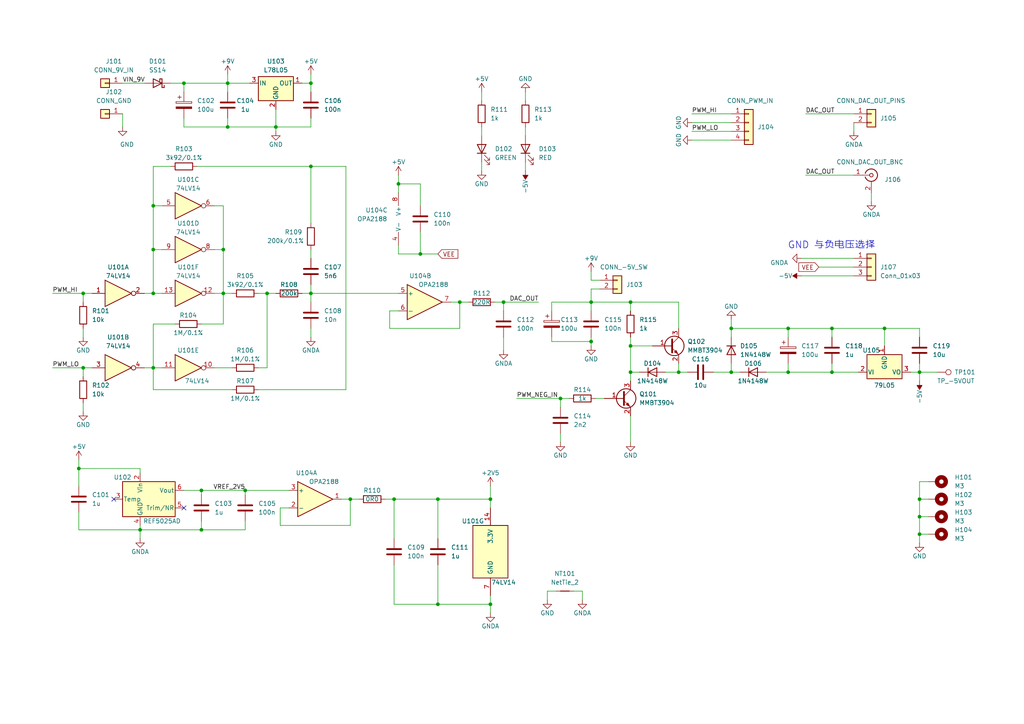
<source format=kicad_sch>
(kicad_sch (version 20210126) (generator eeschema)
  (paper "A4")
  (title_block (title "16 位 PWM DAC 与 PWM 负压电荷泵测试"))
  (lib_symbols
    (symbol "74xx:74LV14" (pin_names (offset 1.016))
      (property "Reference" "U" (at 0 1.27 0))
      (property "Value" "74LV14" (at 0 -1.27 0))
      (symbol "74LV14_1_0"
        (pin input line (at -7.62 0 0) (length 3.81) (name "~") (number "1"))
        (pin output inverted (at 7.62 0 180) (length 3.81) (name "~") (number "2"))
      )
      (symbol "74LV14_2_0"
        (pin input line (at -7.62 0 0) (length 3.81) (name "~") (number "3"))
        (pin output inverted (at 7.62 0 180) (length 3.81) (name "~") (number "4"))
      )
      (symbol "74LV14_3_0"
        (pin input line (at -7.62 0 0) (length 3.81) (name "~") (number "5"))
        (pin output inverted (at 7.62 0 180) (length 3.81) (name "~") (number "6"))
      )
      (symbol "74LV14_4_0"
        (pin output inverted (at 7.62 0 180) (length 3.81) (name "~") (number "8"))
        (pin input line (at -7.62 0 0) (length 3.81) (name "~") (number "9"))
      )
      (symbol "74LV14_5_0"
        (pin output inverted (at 7.62 0 180) (length 3.81) (name "~") (number "10"))
        (pin input line (at -7.62 0 0) (length 3.81) (name "~") (number "11"))
      )
      (symbol "74LV14_6_0"
        (pin output inverted (at 7.62 0 180) (length 3.81) (name "~") (number "12"))
        (pin input line (at -7.62 0 0) (length 3.81) (name "~") (number "13"))
      )
      (symbol "74LV14_7_0"
        (pin power_in line (at 0 12.7 270) (length 5.08) (name "3.3V") (number "14"))
        (pin power_in line (at 0 -12.7 90) (length 5.08) (name "GND") (number "7"))
      )
    )
    (symbol "Amplifier_Operational:TL072" (pin_names (offset 0.127))
      (property "Reference" "U" (at 0 5.08 0))
      (property "Value" "TL072" (at 0 -5.08 0))
      (symbol "TL072_1_1"
        (pin output line (at 7.62 0 180) (length 2.54) (name "~") (number "1"))
        (pin input line (at -7.62 -2.54 0) (length 2.54) (name "-") (number "2"))
        (pin input line (at -7.62 2.54 0) (length 2.54) (name "+") (number "3"))
      )
      (symbol "TL072_2_1"
        (pin input line (at -7.62 2.54 0) (length 2.54) (name "+") (number "5"))
        (pin input line (at -7.62 -2.54 0) (length 2.54) (name "-") (number "6"))
        (pin output line (at 7.62 0 180) (length 2.54) (name "~") (number "7"))
      )
      (symbol "TL072_3_1"
        (pin power_in line (at -2.54 -7.62 90) (length 3.81) (name "V-") (number "4"))
        (pin power_in line (at -2.54 7.62 270) (length 3.81) (name "V+") (number "8"))
      )
    )
    (symbol "Connector:Conn_Coaxial" (pin_names (offset 1.016) hide)
      (property "Reference" "J" (at 0.254 3.048 0))
      (property "Value" "Conn_Coaxial" (at 2.921 0 90))
      (symbol "Conn_Coaxial_1_1"
        (pin passive line (at -5.08 0 0) (length 2.54) (name "In") (number "1"))
        (pin passive line (at 0 -5.08 90) (length 2.54) (name "Ext") (number "2"))
      )
    )
    (symbol "Connector:TestPoint" (pin_numbers hide) (pin_names (offset 0.762) hide)
      (property "Reference" "TP" (at 0 6.858 0))
      (property "Value" "TestPoint" (at 0 5.08 0))
      (symbol "TestPoint_1_1"
        (pin passive line (at 0 0 90) (length 2.54) (name "1") (number "1"))
      )
    )
    (symbol "Connector_Generic:Conn_01x01" (pin_names (offset 1.016) hide)
      (property "Reference" "J" (at 0 2.54 0))
      (property "Value" "Conn_01x01" (at 0 -2.54 0))
      (symbol "Conn_01x01_1_1"
        (pin passive line (at -5.08 0 0) (length 3.81) (name "Pin_1") (number "1"))
      )
    )
    (symbol "Connector_Generic:Conn_01x02" (pin_names (offset 1.016) hide)
      (property "Reference" "J" (at 0 2.54 0))
      (property "Value" "Conn_01x02" (at 0 -5.08 0))
      (symbol "Conn_01x02_1_1"
        (pin passive line (at -5.08 0 0) (length 3.81) (name "Pin_1") (number "1"))
        (pin passive line (at -5.08 -2.54 0) (length 3.81) (name "Pin_2") (number "2"))
      )
    )
    (symbol "Connector_Generic:Conn_01x03" (pin_names (offset 1.016) hide)
      (property "Reference" "J" (at 0 5.08 0))
      (property "Value" "Conn_01x03" (at 0 -5.08 0))
      (symbol "Conn_01x03_1_1"
        (pin passive line (at -5.08 2.54 0) (length 3.81) (name "Pin_1") (number "1"))
        (pin passive line (at -5.08 0 0) (length 3.81) (name "Pin_2") (number "2"))
        (pin passive line (at -5.08 -2.54 0) (length 3.81) (name "Pin_3") (number "3"))
      )
    )
    (symbol "Connector_Generic:Conn_01x04" (pin_names (offset 1.016) hide)
      (property "Reference" "J" (at 0 5.08 0))
      (property "Value" "Conn_01x04" (at 0 -7.62 0))
      (symbol "Conn_01x04_1_1"
        (pin passive line (at -5.08 2.54 0) (length 3.81) (name "Pin_1") (number "1"))
        (pin passive line (at -5.08 0 0) (length 3.81) (name "Pin_2") (number "2"))
        (pin passive line (at -5.08 -2.54 0) (length 3.81) (name "Pin_3") (number "3"))
        (pin passive line (at -5.08 -5.08 0) (length 3.81) (name "Pin_4") (number "4"))
      )
    )
    (symbol "Device:C" (pin_numbers hide) (pin_names (offset 0.254))
      (property "Reference" "C" (at 0.635 2.54 0))
      (property "Value" "C" (at 0.635 -2.54 0))
      (symbol "C_1_1"
        (pin passive line (at 0 3.81 270) (length 2.794) (name "~") (number "1"))
        (pin passive line (at 0 -3.81 90) (length 2.794) (name "~") (number "2"))
      )
    )
    (symbol "Device:C_Polarized" (pin_numbers hide) (pin_names (offset 0.254))
      (property "Reference" "C" (at 0.635 2.54 0))
      (property "Value" "C_Polarized" (at 0.635 -2.54 0))
      (symbol "C_Polarized_1_1"
        (pin passive line (at 0 3.81 270) (length 2.794) (name "~") (number "1"))
        (pin passive line (at 0 -3.81 90) (length 2.794) (name "~") (number "2"))
      )
    )
    (symbol "Device:D_Schottky" (pin_numbers hide) (pin_names (offset 1.016) hide)
      (property "Reference" "D" (at 0 2.54 0))
      (property "Value" "D_Schottky" (at 0 -2.54 0))
      (symbol "D_Schottky_1_1"
        (pin passive line (at -3.81 0 0) (length 2.54) (name "K") (number "1"))
        (pin passive line (at 3.81 0 180) (length 2.54) (name "A") (number "2"))
      )
    )
    (symbol "Device:LED" (pin_numbers hide) (pin_names (offset 1.016) hide)
      (property "Reference" "D" (at 0 2.54 0))
      (property "Value" "LED" (at 0 -2.54 0))
      (symbol "LED_1_1"
        (pin passive line (at -3.81 0 0) (length 2.54) (name "K") (number "1"))
        (pin passive line (at 3.81 0 180) (length 2.54) (name "A") (number "2"))
      )
    )
    (symbol "Device:NetTie_2" (pin_numbers hide) (pin_names (offset 0) hide)
      (property "Reference" "NT" (at 0 1.27 0))
      (property "Value" "NetTie_2" (at 0 -1.27 0))
      (symbol "NetTie_2_1_1"
        (pin passive line (at -2.54 0 0) (length 2.54) (name "1") (number "1"))
        (pin passive line (at 2.54 0 180) (length 2.54) (name "2") (number "2"))
      )
    )
    (symbol "Device:R" (pin_numbers hide) (pin_names (offset 0))
      (property "Reference" "R" (at 2.032 0 90))
      (property "Value" "R" (at 0 0 90))
      (symbol "R_1_1"
        (pin passive line (at 0 3.81 270) (length 1.27) (name "~") (number "1"))
        (pin passive line (at 0 -3.81 90) (length 1.27) (name "~") (number "2"))
      )
    )
    (symbol "Diode:1N4148W" (pin_numbers hide) (pin_names (offset 1.016) hide)
      (property "Reference" "D" (at 0 2.54 0))
      (property "Value" "1N4148W" (at 0 -2.54 0))
      (symbol "1N4148W_1_1"
        (pin passive line (at -3.81 0 0) (length 2.54) (name "K") (number "1"))
        (pin passive line (at 3.81 0 180) (length 2.54) (name "A") (number "2"))
      )
    )
    (symbol "Mechanical:MountingHole_Pad" (pin_numbers hide) (pin_names (offset 1.016) hide)
      (property "Reference" "H" (at 0 6.35 0))
      (property "Value" "MountingHole_Pad" (at 0 4.445 0))
      (symbol "MountingHole_Pad_1_1"
        (pin input line (at 0 -2.54 90) (length 2.54) (name "1") (number "1"))
      )
    )
    (symbol "Reference_Voltage:REF5025AD" (pin_names (offset 0.254))
      (property "Reference" "U" (at -1.27 8.255 0))
      (property "Value" "REF5025AD" (at -1.27 6.35 0))
      (symbol "REF5025AD_1_1"
        (pin no_connect line (at -7.62 2.54 0) (length 2.54) hide (name "DNC") (number "1"))
        (pin power_in line (at -2.54 7.62 270) (length 2.54) (name "Vin") (number "2"))
        (pin passive line (at -10.16 0 0) (length 2.54) (name "Temp") (number "3"))
        (pin power_in line (at -2.54 -7.62 90) (length 2.54) (name "GND") (number "4"))
        (pin passive line (at 10.16 -2.54 180) (length 2.54) (name "Trim/NR") (number "5"))
        (pin power_out line (at 10.16 2.54 180) (length 2.54) (name "Vout") (number "6"))
        (pin no_connect line (at -5.08 -5.08 90) (length 2.54) hide (name "NC") (number "7"))
        (pin no_connect line (at 7.62 0 180) (length 2.54) hide (name "DNC") (number "8"))
      )
    )
    (symbol "Regulator_Linear:L78L05_SOT89" (pin_names (offset 0.254))
      (property "Reference" "U" (at -3.81 3.175 0))
      (property "Value" "L78L05_SOT89" (at -0.635 3.175 0))
      (symbol "L78L05_SOT89_1_1"
        (pin power_out line (at 7.62 0 180) (length 2.54) (name "OUT") (number "1"))
        (pin power_in line (at 0 -7.62 90) (length 2.54) (name "GND") (number "2"))
        (pin power_in line (at -7.62 0 0) (length 2.54) (name "IN") (number "3"))
      )
    )
    (symbol "Regulator_Linear:L79L05_SOT89" (pin_names (offset 0.254))
      (property "Reference" "U" (at -3.81 -3.175 0))
      (property "Value" "L79L05_SOT89" (at 0 -3.175 0))
      (symbol "L79L05_SOT89_1_1"
        (pin power_in line (at 0 7.62 270) (length 2.54) (name "GND") (number "1"))
        (pin power_in line (at -7.62 0 0) (length 2.54) (name "VI") (number "2"))
        (pin power_out line (at 7.62 0 180) (length 2.54) (name "VO") (number "3"))
      )
    )
    (symbol "Transistor_BJT:MMBT3904" (pin_names (offset 0) hide)
      (property "Reference" "Q" (at 5.08 1.905 0))
      (property "Value" "MMBT3904" (at 5.08 0 0))
      (symbol "MMBT3904_1_1"
        (pin input line (at -5.08 0 0) (length 5.715) (name "B") (number "1"))
        (pin passive line (at 2.54 -5.08 90) (length 2.54) (name "E") (number "2"))
        (pin passive line (at 2.54 5.08 270) (length 2.54) (name "C") (number "3"))
      )
    )
    (symbol "power:+2V5" (power) (pin_names (offset 0))
      (property "Value" "+2V5" (at 0 3.556 0))
      (symbol "+2V5_1_1"
        (pin power_in line (at 0 0 90) (length 0) hide (name "+2V5") (number "1"))
      )
    )
    (symbol "power:+5V" (power) (pin_names (offset 0))
      (property "Value" "+5V" (at 0 3.556 0))
      (symbol "+5V_1_1"
        (pin power_in line (at 0 0 90) (length 0) hide (name "+5V") (number "1"))
      )
    )
    (symbol "power:+9V" (power) (pin_names (offset 0))
      (property "Value" "+9V" (at 0 3.556 0))
      (symbol "+9V_1_1"
        (pin power_in line (at 0 0 90) (length 0) hide (name "+9V") (number "1"))
      )
    )
    (symbol "power:-5V" (power) (pin_names (offset 0))
      (property "Value" "-5V" (at 0 3.81 0))
      (symbol "-5V_0_0"
        (pin power_in line (at 0 0 90) (length 0) hide (name "-5V") (number "1"))
      )
    )
    (symbol "power:GND" (power) (pin_names (offset 0))
      (property "Value" "GND" (at 0 -3.81 0))
      (symbol "GND_1_1"
        (pin power_in line (at 0 0 270) (length 0) hide (name "GND") (number "1"))
      )
    )
    (symbol "power:GNDA" (power) (pin_names (offset 0))
      (property "Value" "GNDA" (at 0 -3.81 0))
      (symbol "GNDA_1_1"
        (pin power_in line (at 0 0 270) (length 0) hide (name "GNDA") (number "1"))
      )
    )
  )
  (junction (at 22.86 135.89) (diameter 0.9144))
  (junction (at 24.13 85.09) (diameter 0.9144))
  (junction (at 24.13 106.68) (diameter 0.9144))
  (junction (at 40.64 153.67) (diameter 0.9144))
  (junction (at 44.45 59.69) (diameter 0.9144))
  (junction (at 44.45 72.39) (diameter 0.9144))
  (junction (at 44.45 85.09) (diameter 0.9144))
  (junction (at 44.45 106.68) (diameter 0.9144))
  (junction (at 53.34 24.13) (diameter 0.9144))
  (junction (at 58.42 142.24) (diameter 0.9144))
  (junction (at 58.42 153.67) (diameter 0.9144))
  (junction (at 64.77 72.39) (diameter 0.9144))
  (junction (at 64.77 85.09) (diameter 0.9144))
  (junction (at 66.04 24.13) (diameter 0.9144))
  (junction (at 66.04 36.83) (diameter 0.9144))
  (junction (at 71.12 142.24) (diameter 0.9144))
  (junction (at 77.47 85.09) (diameter 0.9144))
  (junction (at 80.01 36.83) (diameter 0.9144))
  (junction (at 90.17 24.13) (diameter 0.9144))
  (junction (at 90.17 48.26) (diameter 0.9144))
  (junction (at 90.17 85.09) (diameter 0.9144))
  (junction (at 101.6 144.78) (diameter 0.9144))
  (junction (at 114.3 144.78) (diameter 0.9144))
  (junction (at 115.57 53.34) (diameter 0.9144))
  (junction (at 121.92 73.66) (diameter 0.9144))
  (junction (at 127 144.78) (diameter 0.9144))
  (junction (at 127 175.26) (diameter 0.9144))
  (junction (at 133.35 87.63) (diameter 0.9144))
  (junction (at 142.24 144.78) (diameter 0.9144))
  (junction (at 142.24 175.26) (diameter 0.9144))
  (junction (at 146.05 87.63) (diameter 0.9144))
  (junction (at 162.56 115.57) (diameter 0.9144))
  (junction (at 171.45 87.63) (diameter 0.9144))
  (junction (at 171.45 99.06) (diameter 0.9144))
  (junction (at 182.88 87.63) (diameter 0.9144))
  (junction (at 182.88 100.33) (diameter 0.9144))
  (junction (at 182.88 107.95) (diameter 0.9144))
  (junction (at 196.85 107.95) (diameter 0.9144))
  (junction (at 212.09 95.25) (diameter 0.9144))
  (junction (at 212.09 107.95) (diameter 0.9144))
  (junction (at 228.6 95.25) (diameter 0.9144))
  (junction (at 228.6 107.95) (diameter 0.9144))
  (junction (at 241.3 95.25) (diameter 0.9144))
  (junction (at 241.3 107.95) (diameter 0.9144))
  (junction (at 256.54 95.25) (diameter 0.9144))
  (junction (at 266.7 107.95) (diameter 0.9144))
  (junction (at 266.7 144.78) (diameter 0.9144))
  (junction (at 266.7 149.86) (diameter 0.9144))
  (junction (at 266.7 154.94) (diameter 0.9144))
  (no_connect (at 33.02 144.78))
  (no_connect (at 53.34 147.32))
  (wire (pts (xy 15.24 85.09) (xy 24.13 85.09)))
  (wire (pts (xy 15.24 106.68) (xy 24.13 106.68)))
  (wire (pts (xy 22.86 133.35) (xy 22.86 135.89)))
  (wire (pts (xy 22.86 135.89) (xy 40.64 135.89)))
  (wire (pts (xy 22.86 140.97) (xy 22.86 135.89)))
  (wire (pts (xy 22.86 148.59) (xy 22.86 153.67)))
  (wire (pts (xy 22.86 153.67) (xy 40.64 153.67)))
  (wire (pts (xy 24.13 85.09) (xy 26.67 85.09)))
  (wire (pts (xy 24.13 87.63) (xy 24.13 85.09)))
  (wire (pts (xy 24.13 95.25) (xy 24.13 97.79)))
  (wire (pts (xy 24.13 106.68) (xy 26.67 106.68)))
  (wire (pts (xy 24.13 109.22) (xy 24.13 106.68)))
  (wire (pts (xy 24.13 116.84) (xy 24.13 119.38)))
  (wire (pts (xy 35.56 24.13) (xy 41.91 24.13)))
  (wire (pts (xy 35.56 33.02) (xy 35.56 36.83)))
  (wire (pts (xy 40.64 135.89) (xy 40.64 137.16)))
  (wire (pts (xy 40.64 152.4) (xy 40.64 153.67)))
  (wire (pts (xy 40.64 153.67) (xy 40.64 156.21)))
  (wire (pts (xy 40.64 153.67) (xy 58.42 153.67)))
  (wire (pts (xy 41.91 85.09) (xy 44.45 85.09)))
  (wire (pts (xy 41.91 106.68) (xy 44.45 106.68)))
  (wire (pts (xy 44.45 48.26) (xy 44.45 59.69)))
  (wire (pts (xy 44.45 59.69) (xy 44.45 72.39)))
  (wire (pts (xy 44.45 72.39) (xy 44.45 85.09)))
  (wire (pts (xy 44.45 72.39) (xy 46.99 72.39)))
  (wire (pts (xy 44.45 85.09) (xy 46.99 85.09)))
  (wire (pts (xy 44.45 93.98) (xy 44.45 106.68)))
  (wire (pts (xy 44.45 106.68) (xy 46.99 106.68)))
  (wire (pts (xy 44.45 113.03) (xy 44.45 106.68)))
  (wire (pts (xy 46.99 59.69) (xy 44.45 59.69)))
  (wire (pts (xy 49.53 24.13) (xy 53.34 24.13)))
  (wire (pts (xy 49.53 48.26) (xy 44.45 48.26)))
  (wire (pts (xy 50.8 93.98) (xy 44.45 93.98)))
  (wire (pts (xy 53.34 24.13) (xy 53.34 26.67)))
  (wire (pts (xy 53.34 24.13) (xy 66.04 24.13)))
  (wire (pts (xy 53.34 34.29) (xy 53.34 36.83)))
  (wire (pts (xy 53.34 36.83) (xy 66.04 36.83)))
  (wire (pts (xy 53.34 142.24) (xy 58.42 142.24)))
  (wire (pts (xy 58.42 93.98) (xy 64.77 93.98)))
  (wire (pts (xy 58.42 142.24) (xy 58.42 143.51)))
  (wire (pts (xy 58.42 142.24) (xy 71.12 142.24)))
  (wire (pts (xy 58.42 151.13) (xy 58.42 153.67)))
  (wire (pts (xy 58.42 153.67) (xy 71.12 153.67)))
  (wire (pts (xy 62.23 59.69) (xy 64.77 59.69)))
  (wire (pts (xy 62.23 72.39) (xy 64.77 72.39)))
  (wire (pts (xy 62.23 85.09) (xy 64.77 85.09)))
  (wire (pts (xy 62.23 106.68) (xy 67.31 106.68)))
  (wire (pts (xy 64.77 59.69) (xy 64.77 72.39)))
  (wire (pts (xy 64.77 72.39) (xy 64.77 85.09)))
  (wire (pts (xy 64.77 85.09) (xy 67.31 85.09)))
  (wire (pts (xy 64.77 93.98) (xy 64.77 85.09)))
  (wire (pts (xy 66.04 21.59) (xy 66.04 24.13)))
  (wire (pts (xy 66.04 24.13) (xy 72.39 24.13)))
  (wire (pts (xy 66.04 26.67) (xy 66.04 24.13)))
  (wire (pts (xy 66.04 34.29) (xy 66.04 36.83)))
  (wire (pts (xy 66.04 36.83) (xy 80.01 36.83)))
  (wire (pts (xy 67.31 113.03) (xy 44.45 113.03)))
  (wire (pts (xy 71.12 142.24) (xy 83.82 142.24)))
  (wire (pts (xy 71.12 143.51) (xy 71.12 142.24)))
  (wire (pts (xy 71.12 151.13) (xy 71.12 153.67)))
  (wire (pts (xy 74.93 85.09) (xy 77.47 85.09)))
  (wire (pts (xy 74.93 106.68) (xy 77.47 106.68)))
  (wire (pts (xy 74.93 113.03) (xy 100.33 113.03)))
  (wire (pts (xy 77.47 85.09) (xy 80.01 85.09)))
  (wire (pts (xy 77.47 106.68) (xy 77.47 85.09)))
  (wire (pts (xy 80.01 31.75) (xy 80.01 36.83)))
  (wire (pts (xy 80.01 36.83) (xy 80.01 38.1)))
  (wire (pts (xy 81.28 147.32) (xy 81.28 152.4)))
  (wire (pts (xy 81.28 152.4) (xy 101.6 152.4)))
  (wire (pts (xy 83.82 147.32) (xy 81.28 147.32)))
  (wire (pts (xy 87.63 24.13) (xy 90.17 24.13)))
  (wire (pts (xy 90.17 21.59) (xy 90.17 24.13)))
  (wire (pts (xy 90.17 24.13) (xy 90.17 26.67)))
  (wire (pts (xy 90.17 34.29) (xy 90.17 36.83)))
  (wire (pts (xy 90.17 36.83) (xy 80.01 36.83)))
  (wire (pts (xy 90.17 48.26) (xy 57.15 48.26)))
  (wire (pts (xy 90.17 64.77) (xy 90.17 48.26)))
  (wire (pts (xy 90.17 72.39) (xy 90.17 74.93)))
  (wire (pts (xy 90.17 82.55) (xy 90.17 85.09)))
  (wire (pts (xy 90.17 85.09) (xy 87.63 85.09)))
  (wire (pts (xy 90.17 85.09) (xy 90.17 87.63)))
  (wire (pts (xy 90.17 85.09) (xy 115.57 85.09)))
  (wire (pts (xy 90.17 95.25) (xy 90.17 97.79)))
  (wire (pts (xy 99.06 144.78) (xy 101.6 144.78)))
  (wire (pts (xy 100.33 48.26) (xy 90.17 48.26)))
  (wire (pts (xy 100.33 113.03) (xy 100.33 48.26)))
  (wire (pts (xy 101.6 144.78) (xy 101.6 152.4)))
  (wire (pts (xy 101.6 144.78) (xy 104.14 144.78)))
  (wire (pts (xy 111.76 144.78) (xy 114.3 144.78)))
  (wire (pts (xy 113.03 90.17) (xy 113.03 95.25)))
  (wire (pts (xy 113.03 95.25) (xy 133.35 95.25)))
  (wire (pts (xy 114.3 144.78) (xy 114.3 156.21)))
  (wire (pts (xy 114.3 144.78) (xy 127 144.78)))
  (wire (pts (xy 114.3 163.83) (xy 114.3 175.26)))
  (wire (pts (xy 114.3 175.26) (xy 127 175.26)))
  (wire (pts (xy 115.57 50.8) (xy 115.57 53.34)))
  (wire (pts (xy 115.57 53.34) (xy 121.92 53.34)))
  (wire (pts (xy 115.57 55.88) (xy 115.57 53.34)))
  (wire (pts (xy 115.57 73.66) (xy 115.57 71.12)))
  (wire (pts (xy 115.57 73.66) (xy 121.92 73.66)))
  (wire (pts (xy 115.57 90.17) (xy 113.03 90.17)))
  (wire (pts (xy 121.92 53.34) (xy 121.92 59.69)))
  (wire (pts (xy 121.92 67.31) (xy 121.92 73.66)))
  (wire (pts (xy 121.92 73.66) (xy 127 73.66)))
  (wire (pts (xy 127 144.78) (xy 127 156.21)))
  (wire (pts (xy 127 144.78) (xy 142.24 144.78)))
  (wire (pts (xy 127 163.83) (xy 127 175.26)))
  (wire (pts (xy 127 175.26) (xy 142.24 175.26)))
  (wire (pts (xy 130.81 87.63) (xy 133.35 87.63)))
  (wire (pts (xy 133.35 87.63) (xy 133.35 95.25)))
  (wire (pts (xy 133.35 87.63) (xy 135.89 87.63)))
  (wire (pts (xy 139.7 26.67) (xy 139.7 29.21)))
  (wire (pts (xy 139.7 36.83) (xy 139.7 39.37)))
  (wire (pts (xy 139.7 46.99) (xy 139.7 49.53)))
  (wire (pts (xy 142.24 140.97) (xy 142.24 144.78)))
  (wire (pts (xy 142.24 144.78) (xy 142.24 147.32)))
  (wire (pts (xy 142.24 172.72) (xy 142.24 175.26)))
  (wire (pts (xy 142.24 175.26) (xy 142.24 177.8)))
  (wire (pts (xy 143.51 87.63) (xy 146.05 87.63)))
  (wire (pts (xy 146.05 87.63) (xy 146.05 90.17)))
  (wire (pts (xy 146.05 87.63) (xy 156.21 87.63)))
  (wire (pts (xy 146.05 97.79) (xy 146.05 101.6)))
  (wire (pts (xy 149.86 115.57) (xy 162.56 115.57)))
  (wire (pts (xy 152.4 26.67) (xy 152.4 29.21)))
  (wire (pts (xy 152.4 36.83) (xy 152.4 39.37)))
  (wire (pts (xy 152.4 46.99) (xy 152.4 49.53)))
  (wire (pts (xy 158.75 171.45) (xy 158.75 173.99)))
  (wire (pts (xy 160.02 87.63) (xy 171.45 87.63)))
  (wire (pts (xy 160.02 90.17) (xy 160.02 87.63)))
  (wire (pts (xy 160.02 97.79) (xy 160.02 99.06)))
  (wire (pts (xy 160.02 99.06) (xy 171.45 99.06)))
  (wire (pts (xy 161.29 171.45) (xy 158.75 171.45)))
  (wire (pts (xy 162.56 115.57) (xy 162.56 118.11)))
  (wire (pts (xy 162.56 115.57) (xy 165.1 115.57)))
  (wire (pts (xy 162.56 125.73) (xy 162.56 128.27)))
  (wire (pts (xy 166.37 171.45) (xy 168.91 171.45)))
  (wire (pts (xy 168.91 171.45) (xy 168.91 173.99)))
  (wire (pts (xy 171.45 78.74) (xy 171.45 81.28)))
  (wire (pts (xy 171.45 81.28) (xy 173.99 81.28)))
  (wire (pts (xy 171.45 83.82) (xy 171.45 87.63)))
  (wire (pts (xy 171.45 87.63) (xy 171.45 90.17)))
  (wire (pts (xy 171.45 87.63) (xy 182.88 87.63)))
  (wire (pts (xy 171.45 97.79) (xy 171.45 99.06)))
  (wire (pts (xy 171.45 99.06) (xy 171.45 100.33)))
  (wire (pts (xy 172.72 115.57) (xy 175.26 115.57)))
  (wire (pts (xy 173.99 83.82) (xy 171.45 83.82)))
  (wire (pts (xy 182.88 87.63) (xy 182.88 90.17)))
  (wire (pts (xy 182.88 97.79) (xy 182.88 100.33)))
  (wire (pts (xy 182.88 100.33) (xy 182.88 107.95)))
  (wire (pts (xy 182.88 107.95) (xy 182.88 110.49)))
  (wire (pts (xy 182.88 120.65) (xy 182.88 128.27)))
  (wire (pts (xy 185.42 107.95) (xy 182.88 107.95)))
  (wire (pts (xy 189.23 100.33) (xy 182.88 100.33)))
  (wire (pts (xy 193.04 107.95) (xy 196.85 107.95)))
  (wire (pts (xy 196.85 87.63) (xy 182.88 87.63)))
  (wire (pts (xy 196.85 95.25) (xy 196.85 87.63)))
  (wire (pts (xy 196.85 105.41) (xy 196.85 107.95)))
  (wire (pts (xy 196.85 107.95) (xy 199.39 107.95)))
  (wire (pts (xy 200.66 33.02) (xy 212.09 33.02)))
  (wire (pts (xy 200.66 35.56) (xy 212.09 35.56)))
  (wire (pts (xy 200.66 38.1) (xy 212.09 38.1)))
  (wire (pts (xy 200.66 40.64) (xy 212.09 40.64)))
  (wire (pts (xy 207.01 107.95) (xy 212.09 107.95)))
  (wire (pts (xy 212.09 92.71) (xy 212.09 95.25)))
  (wire (pts (xy 212.09 95.25) (xy 228.6 95.25)))
  (wire (pts (xy 212.09 97.79) (xy 212.09 95.25)))
  (wire (pts (xy 212.09 105.41) (xy 212.09 107.95)))
  (wire (pts (xy 212.09 107.95) (xy 214.63 107.95)))
  (wire (pts (xy 222.25 107.95) (xy 228.6 107.95)))
  (wire (pts (xy 228.6 95.25) (xy 228.6 97.79)))
  (wire (pts (xy 228.6 95.25) (xy 241.3 95.25)))
  (wire (pts (xy 228.6 105.41) (xy 228.6 107.95)))
  (wire (pts (xy 228.6 107.95) (xy 241.3 107.95)))
  (wire (pts (xy 232.41 74.93) (xy 247.65 74.93)))
  (wire (pts (xy 232.41 80.01) (xy 247.65 80.01)))
  (wire (pts (xy 233.68 33.02) (xy 247.65 33.02)))
  (wire (pts (xy 233.68 50.8) (xy 247.65 50.8)))
  (wire (pts (xy 237.49 77.47) (xy 247.65 77.47)))
  (wire (pts (xy 241.3 95.25) (xy 241.3 97.79)))
  (wire (pts (xy 241.3 95.25) (xy 256.54 95.25)))
  (wire (pts (xy 241.3 105.41) (xy 241.3 107.95)))
  (wire (pts (xy 241.3 107.95) (xy 248.92 107.95)))
  (wire (pts (xy 247.65 35.56) (xy 247.65 38.1)))
  (wire (pts (xy 252.73 55.88) (xy 252.73 58.42)))
  (wire (pts (xy 256.54 95.25) (xy 256.54 100.33)))
  (wire (pts (xy 256.54 95.25) (xy 266.7 95.25)))
  (wire (pts (xy 264.16 107.95) (xy 266.7 107.95)))
  (wire (pts (xy 266.7 97.79) (xy 266.7 95.25)))
  (wire (pts (xy 266.7 105.41) (xy 266.7 107.95)))
  (wire (pts (xy 266.7 107.95) (xy 266.7 110.49)))
  (wire (pts (xy 266.7 107.95) (xy 271.78 107.95)))
  (wire (pts (xy 266.7 139.7) (xy 266.7 144.78)))
  (wire (pts (xy 266.7 144.78) (xy 266.7 149.86)))
  (wire (pts (xy 266.7 144.78) (xy 269.24 144.78)))
  (wire (pts (xy 266.7 149.86) (xy 266.7 154.94)))
  (wire (pts (xy 266.7 149.86) (xy 269.24 149.86)))
  (wire (pts (xy 266.7 154.94) (xy 266.7 157.48)))
  (wire (pts (xy 266.7 154.94) (xy 269.24 154.94)))
  (wire (pts (xy 269.24 139.7) (xy 266.7 139.7)))
  (text "GND 与负电压选择" (at 254 72.39 180) (effects (font (size 2 2)) (justify right bottom)))
  (label "PWM_HI" (at 15.24 85.09 0))
  (label "PWM_LO" (at 15.24 106.68 0))
  (label "VIN_9V" (at 35.56 24.13 0))
  (label "VREF_2V5" (at 71.12 142.24 180))
  (label "PWM_NEG_IN" (at 149.86 115.57 0))
  (label "DAC_OUT" (at 156.21 87.63 180))
  (label "PWM_HI" (at 200.66 33.02 0))
  (label "PWM_LO" (at 200.66 38.1 0))
  (label "DAC_OUT" (at 233.68 33.02 0))
  (label "DAC_OUT" (at 233.68 50.8 0))
  (global_label "VEE" (shape input) (at 127 73.66 0) (property "Intersheet References" "${INTERSHEET_REFS}" (effects hide)))
  (global_label "VEE" (shape input) (at 237.49 77.47 180) (property "Intersheet References" "${INTERSHEET_REFS}" (effects hide)))
  (symbol (lib_id "Device:NetTie_2") (at 163.83 171.45 0) (unit 1)
    (property "Reference" "NT101" (at 163.83 166.37 0))
    (property "Value" "NetTie_2" (at 163.83 168.91 0))
    (property "Footprint" "NetTie:NetTie-2_SMD_Pad2.0mm" (effects hide))
  )
  (symbol (lib_id "Connector:TestPoint") (at 271.78 107.95 270) (unit 1)
    (property "Reference" "TP101" (at 276.86 107.95 90) (effects (justify left)))
    (property "Value" "TP_-5VOUT" (at 271.78 110.49 90) (effects (justify left)))
    (property "Footprint" "TestPoint:TestPoint_Pad_D2.0mm" (effects hide))
  )
  (symbol (lib_id "power:+5V") (at 22.86 133.35 0) (unit 1)
    (property "Reference" "#PWR0101" (effects hide))
    (property "Value" "+5V" (at 22.86 129.54 0))
  )
  (symbol (lib_id "power:+9V") (at 66.04 21.59 0) (unit 1)
    (property "Reference" "#PWR0106" (effects hide))
    (property "Value" "+9V" (at 66.04 17.78 0))
  )
  (symbol (lib_id "power:+5V") (at 90.17 21.59 0) (unit 1)
    (property "Reference" "#PWR0108" (effects hide))
    (property "Value" "+5V" (at 90.17 17.78 0))
  )
  (symbol (lib_id "power:+5V") (at 115.57 50.8 0) (unit 1)
    (property "Reference" "#PWR0110" (effects hide))
    (property "Value" "+5V" (at 115.57 46.99 0))
  )
  (symbol (lib_id "power:+5V") (at 139.7 26.67 0) (unit 1)
    (property "Reference" "#PWR0111" (effects hide))
    (property "Value" "+5V" (at 139.7 22.86 0))
  )
  (symbol (lib_id "power:+2V5") (at 142.24 140.97 0) (unit 1)
    (property "Reference" "#PWR0113" (effects hide))
    (property "Value" "+2V5" (at 142.24 137.16 0))
  )
  (symbol (lib_id "power:-5V") (at 152.4 49.53 180) (unit 1)
    (property "Reference" "#PWR0117" (effects hide))
    (property "Value" "-5V" (at 152.4 52.07 90) (effects (justify left)))
  )
  (symbol (lib_id "power:+9V") (at 171.45 78.74 0) (unit 1)
    (property "Reference" "#PWR0121" (effects hide))
    (property "Value" "+9V" (at 171.45 74.93 0))
  )
  (symbol (lib_id "power:-5V") (at 232.41 80.01 90) (unit 1)
    (property "Reference" "#PWR0128" (effects hide))
    (property "Value" "-5V" (at 229.87 80.01 90) (effects (justify left)))
  )
  (symbol (lib_id "power:-5V") (at 266.7 110.49 180) (unit 1)
    (property "Reference" "#PWR0131" (effects hide))
    (property "Value" "-5V" (at 266.7 113.03 90) (effects (justify left)))
  )
  (symbol (lib_id "power:GND") (at 24.13 97.79 0) (unit 1)
    (property "Reference" "#PWR0102" (effects hide))
    (property "Value" "GND" (at 24.13 101.6 0))
  )
  (symbol (lib_id "power:GND") (at 24.13 119.38 0) (unit 1)
    (property "Reference" "#PWR0103" (effects hide))
    (property "Value" "GND" (at 24.13 123.19 0))
  )
  (symbol (lib_id "power:GND") (at 35.56 36.83 0) (unit 1)
    (property "Reference" "#PWR0104" (effects hide))
    (property "Value" "GND" (at 36.83 41.91 0))
  )
  (symbol (lib_id "power:GNDA") (at 40.64 156.21 0) (unit 1)
    (property "Reference" "#PWR0105" (effects hide))
    (property "Value" "GNDA" (at 40.64 160.02 0))
  )
  (symbol (lib_id "power:GND") (at 80.01 38.1 0) (unit 1)
    (property "Reference" "#PWR0107" (effects hide))
    (property "Value" "GND" (at 80.01 41.91 0))
  )
  (symbol (lib_id "power:GNDA") (at 90.17 97.79 0) (unit 1)
    (property "Reference" "#PWR0109" (effects hide))
    (property "Value" "GNDA" (at 90.17 101.6 0))
  )
  (symbol (lib_id "power:GND") (at 139.7 49.53 0) (unit 1)
    (property "Reference" "#PWR0112" (effects hide))
    (property "Value" "GND" (at 139.7 53.34 0))
  )
  (symbol (lib_id "power:GNDA") (at 142.24 177.8 0) (unit 1)
    (property "Reference" "#PWR0114" (effects hide))
    (property "Value" "GNDA" (at 142.24 181.61 0))
  )
  (symbol (lib_id "power:GNDA") (at 146.05 101.6 0) (unit 1)
    (property "Reference" "#PWR0115" (effects hide))
    (property "Value" "GNDA" (at 146.05 105.41 0))
  )
  (symbol (lib_id "power:GND") (at 152.4 26.67 180) (unit 1)
    (property "Reference" "#PWR0116" (effects hide))
    (property "Value" "GND" (at 152.4 22.86 0))
  )
  (symbol (lib_id "power:GND") (at 158.75 173.99 0) (unit 1)
    (property "Reference" "#PWR0118" (effects hide))
    (property "Value" "GND" (at 158.75 177.8 0))
  )
  (symbol (lib_id "power:GND") (at 162.56 128.27 0) (unit 1)
    (property "Reference" "#PWR0119" (effects hide))
    (property "Value" "GND" (at 162.56 132.08 0))
  )
  (symbol (lib_id "power:GNDA") (at 168.91 173.99 0) (unit 1)
    (property "Reference" "#PWR0120" (effects hide))
    (property "Value" "GNDA" (at 168.91 177.8 0))
  )
  (symbol (lib_id "power:GND") (at 171.45 100.33 0) (unit 1)
    (property "Reference" "#PWR0122" (effects hide))
    (property "Value" "GND" (at 171.45 104.14 0))
  )
  (symbol (lib_id "power:GND") (at 182.88 128.27 0) (unit 1)
    (property "Reference" "#PWR0123" (effects hide))
    (property "Value" "GND" (at 182.88 132.08 0))
  )
  (symbol (lib_id "power:GND") (at 200.66 35.56 270) (unit 1)
    (property "Reference" "#PWR0124" (effects hide))
    (property "Value" "GND" (at 196.85 35.56 0))
  )
  (symbol (lib_id "power:GND") (at 200.66 40.64 270) (unit 1)
    (property "Reference" "#PWR0125" (effects hide))
    (property "Value" "GND" (at 196.85 40.64 0))
  )
  (symbol (lib_id "power:GND") (at 212.09 92.71 180) (unit 1)
    (property "Reference" "#PWR0126" (effects hide))
    (property "Value" "GND" (at 212.09 88.9 0))
  )
  (symbol (lib_id "power:GNDA") (at 232.41 74.93 270) (unit 1)
    (property "Reference" "#PWR0127" (effects hide))
    (property "Value" "GNDA" (at 228.6 76.2 90) (effects (justify right)))
  )
  (symbol (lib_id "power:GNDA") (at 247.65 38.1 0) (unit 1)
    (property "Reference" "#PWR0129" (effects hide))
    (property "Value" "GNDA" (at 247.65 41.91 0))
  )
  (symbol (lib_id "power:GNDA") (at 252.73 58.42 0) (unit 1)
    (property "Reference" "#PWR0130" (effects hide))
    (property "Value" "GNDA" (at 252.73 62.23 0))
  )
  (symbol (lib_id "power:GND") (at 266.7 157.48 0) (unit 1)
    (property "Reference" "#PWR0132" (effects hide))
    (property "Value" "GND" (at 266.7 161.29 0))
  )
  (symbol (lib_id "Device:R") (at 24.13 91.44 0) (unit 1)
    (property "Reference" "R101" (at 26.67 90.17 0) (effects (justify left)))
    (property "Value" "10k" (at 26.67 92.71 0) (effects (justify left)))
    (property "Footprint" "Resistor_SMD:R_0603_1608Metric_Pad0.98x0.95mm_HandSolder" (effects hide))
  )
  (symbol (lib_id "Device:R") (at 24.13 113.03 0) (unit 1)
    (property "Reference" "R102" (at 26.67 111.76 0) (effects (justify left)))
    (property "Value" "10k" (at 26.67 114.3 0) (effects (justify left)))
    (property "Footprint" "Resistor_SMD:R_0603_1608Metric_Pad0.98x0.95mm_HandSolder" (effects hide))
  )
  (symbol (lib_id "Device:R") (at 53.34 48.26 90) (unit 1)
    (property "Reference" "R103" (at 53.34 43.18 90))
    (property "Value" "3k92/0.1%" (at 53.34 45.72 90))
    (property "Footprint" "Resistor_SMD:R_0603_1608Metric_Pad0.98x0.95mm_HandSolder" (effects hide))
  )
  (symbol (lib_id "Device:R") (at 54.61 93.98 90) (unit 1)
    (property "Reference" "R104" (at 54.61 91.44 90))
    (property "Value" "1M/0.1%" (at 54.61 96.52 90))
    (property "Footprint" "Resistor_SMD:R_0603_1608Metric_Pad0.98x0.95mm_HandSolder" (effects hide))
  )
  (symbol (lib_id "Device:R") (at 71.12 85.09 90) (unit 1)
    (property "Reference" "R105" (at 71.12 80.01 90))
    (property "Value" "3k92/0.1%" (at 71.12 82.55 90))
    (property "Footprint" "Resistor_SMD:R_0603_1608Metric_Pad0.98x0.95mm_HandSolder" (effects hide))
  )
  (symbol (lib_id "Device:R") (at 71.12 106.68 90) (unit 1)
    (property "Reference" "R106" (at 71.12 101.6 90))
    (property "Value" "1M/0.1%" (at 71.12 104.14 90))
    (property "Footprint" "Resistor_SMD:R_0603_1608Metric_Pad0.98x0.95mm_HandSolder" (effects hide))
  )
  (symbol (lib_id "Device:R") (at 71.12 113.03 90) (unit 1)
    (property "Reference" "R107" (at 71.12 110.49 90))
    (property "Value" "1M/0.1%" (at 71.12 115.57 90))
    (property "Footprint" "Resistor_SMD:R_0603_1608Metric_Pad0.98x0.95mm_HandSolder" (effects hide))
  )
  (symbol (lib_id "Device:R") (at 83.82 85.09 90) (unit 1)
    (property "Reference" "R108" (at 83.82 82.55 90))
    (property "Value" "200k" (at 83.82 85.09 90))
    (property "Footprint" "Resistor_SMD:R_0603_1608Metric_Pad0.98x0.95mm_HandSolder" (effects hide))
  )
  (symbol (lib_id "Device:R") (at 90.17 68.58 0) (unit 1)
    (property "Reference" "R109" (at 82.55 67.31 0) (effects (justify left)))
    (property "Value" "200k/0.1%" (at 77.47 69.85 0) (effects (justify left)))
    (property "Footprint" "Resistor_SMD:R_0603_1608Metric_Pad0.98x0.95mm_HandSolder" (effects hide))
  )
  (symbol (lib_id "Device:R") (at 107.95 144.78 90) (unit 1)
    (property "Reference" "R110" (at 107.95 142.24 90))
    (property "Value" "0R0" (at 107.95 144.78 90))
    (property "Footprint" "Resistor_SMD:R_0603_1608Metric_Pad0.98x0.95mm_HandSolder" (effects hide))
  )
  (symbol (lib_id "Device:R") (at 139.7 33.02 0) (unit 1)
    (property "Reference" "R111" (at 142.24 31.75 0) (effects (justify left)))
    (property "Value" "1k" (at 142.24 34.29 0) (effects (justify left)))
    (property "Footprint" "Resistor_SMD:R_0603_1608Metric_Pad0.98x0.95mm_HandSolder" (effects hide))
  )
  (symbol (lib_id "Device:R") (at 139.7 87.63 90) (unit 1)
    (property "Reference" "R112" (at 139.7 85.09 90))
    (property "Value" "220R" (at 139.7 87.63 90))
    (property "Footprint" "Resistor_SMD:R_0603_1608Metric_Pad0.98x0.95mm_HandSolder" (effects hide))
  )
  (symbol (lib_id "Device:R") (at 152.4 33.02 0) (unit 1)
    (property "Reference" "R113" (at 154.94 31.75 0) (effects (justify left)))
    (property "Value" "1k" (at 154.94 34.29 0) (effects (justify left)))
    (property "Footprint" "Resistor_SMD:R_0603_1608Metric_Pad0.98x0.95mm_HandSolder" (effects hide))
  )
  (symbol (lib_id "Device:R") (at 168.91 115.57 90) (unit 1)
    (property "Reference" "R114" (at 168.91 113.03 90))
    (property "Value" "1k" (at 168.91 115.57 90))
    (property "Footprint" "Resistor_SMD:R_0603_1608Metric_Pad0.98x0.95mm_HandSolder" (effects hide))
  )
  (symbol (lib_id "Device:R") (at 182.88 93.98 0) (unit 1)
    (property "Reference" "R115" (at 185.42 92.71 0) (effects (justify left)))
    (property "Value" "1k" (at 185.42 95.25 0) (effects (justify left)))
    (property "Footprint" "Resistor_SMD:R_0603_1608Metric_Pad0.98x0.95mm_HandSolder" (effects hide))
  )
  (symbol (lib_id "Connector_Generic:Conn_01x01") (at 30.48 24.13 180) (unit 1)
    (property "Reference" "J101" (at 33.02 17.78 0))
    (property "Value" "CONN_9V_IN" (at 33.02 20.32 0))
    (property "Footprint" "Connector:Banana_Jack_1Pin" (effects hide))
  )
  (symbol (lib_id "Connector_Generic:Conn_01x01") (at 30.48 33.02 180) (unit 1)
    (property "Reference" "J102" (at 33.02 26.67 0))
    (property "Value" "CONN_GND" (at 33.02 29.21 0))
    (property "Footprint" "Connector:Banana_Jack_1Pin" (effects hide))
  )
  (symbol (lib_id "Mechanical:MountingHole_Pad") (at 271.78 139.7 270) (unit 1)
    (property "Reference" "H101" (at 276.86 138.43 90) (effects (justify left)))
    (property "Value" "M3" (at 276.86 140.97 90) (effects (justify left)))
    (property "Footprint" "MountingHole:MountingHole_3.5mm_Pad_Via" (effects hide))
  )
  (symbol (lib_id "Mechanical:MountingHole_Pad") (at 271.78 144.78 270) (unit 1)
    (property "Reference" "H102" (at 276.86 143.51 90) (effects (justify left)))
    (property "Value" "M3" (at 276.86 146.05 90) (effects (justify left)))
    (property "Footprint" "MountingHole:MountingHole_3.5mm_Pad_Via" (effects hide))
  )
  (symbol (lib_id "Mechanical:MountingHole_Pad") (at 271.78 149.86 270) (unit 1)
    (property "Reference" "H103" (at 276.86 148.59 90) (effects (justify left)))
    (property "Value" "M3" (at 276.86 151.13 90) (effects (justify left)))
    (property "Footprint" "MountingHole:MountingHole_3.5mm_Pad_Via" (effects hide))
  )
  (symbol (lib_id "Mechanical:MountingHole_Pad") (at 271.78 154.94 270) (unit 1)
    (property "Reference" "H104" (at 276.86 153.67 90) (effects (justify left)))
    (property "Value" "M3" (at 276.86 156.21 90) (effects (justify left)))
    (property "Footprint" "MountingHole:MountingHole_3.5mm_Pad_Via" (effects hide))
  )
  (symbol (lib_id "Device:D_Schottky") (at 45.72 24.13 180) (unit 1)
    (property "Reference" "D101" (at 45.72 17.78 0))
    (property "Value" "SS14" (at 45.72 20.32 0))
    (property "Footprint" "Diode_SMD:D_SMA-SMB_Universal_Handsoldering" (effects hide))
  )
  (symbol (lib_id "Diode:1N4148W") (at 189.23 107.95 0) (unit 1)
    (property "Reference" "D104" (at 189.23 105.41 0))
    (property "Value" "1N4148W" (at 189.23 110.49 0))
    (property "Footprint" "Diode_SMD:D_SOD-123" (effects hide))
    (property "Datasheet" "https://www.vishay.com/docs/85748/1n4148w.pdf" (effects hide))
  )
  (symbol (lib_id "Diode:1N4148W") (at 212.09 101.6 270) (unit 1)
    (property "Reference" "D105" (at 214.63 100.33 90) (effects (justify left)))
    (property "Value" "1N4148W" (at 214.63 102.87 90) (effects (justify left)))
    (property "Footprint" "Diode_SMD:D_SOD-123" (effects hide))
    (property "Datasheet" "https://www.vishay.com/docs/85748/1n4148w.pdf" (effects hide))
  )
  (symbol (lib_id "Diode:1N4148W") (at 218.44 107.95 0) (unit 1)
    (property "Reference" "D106" (at 218.44 105.41 0))
    (property "Value" "1N4148W" (at 218.44 110.49 0))
    (property "Footprint" "Diode_SMD:D_SOD-123" (effects hide))
    (property "Datasheet" "https://www.vishay.com/docs/85748/1n4148w.pdf" (effects hide))
  )
  (symbol (lib_id "Device:LED") (at 139.7 43.18 90) (unit 1)
    (property "Reference" "D102" (at 143.51 43.18 90) (effects (justify right)))
    (property "Value" "GREEN" (at 143.51 45.72 90) (effects (justify right)))
    (property "Footprint" "LED_SMD:LED_0603_1608Metric_Pad1.05x0.95mm_HandSolder" (effects hide))
  )
  (symbol (lib_id "Device:LED") (at 152.4 43.18 90) (unit 1)
    (property "Reference" "D103" (at 156.21 43.18 90) (effects (justify right)))
    (property "Value" "RED" (at 156.21 45.72 90) (effects (justify right)))
    (property "Footprint" "LED_SMD:LED_0603_1608Metric_Pad1.05x0.95mm_HandSolder" (effects hide))
  )
  (symbol (lib_id "Amplifier_Operational:TL072") (at 118.11 63.5 0) (unit 3)
    (property "Reference" "U104" (at 109.22 60.96 0))
    (property "Value" "OPA2188" (at 107.95 63.5 0))
    (property "Footprint" "Package_SO:SOIC-8_3.9x4.9mm_P1.27mm" (effects hide))
    (property "Datasheet" "http://www.ti.com/lit/ds/symlink/tl071.pdf" (effects hide))
  )
  (symbol (lib_id "Connector_Generic:Conn_01x02") (at 179.07 81.28 0) (unit 1)
    (property "Reference" "J103" (at 181.61 82.55 0) (effects (justify left)))
    (property "Value" "CONN_-5V_SW" (at 173.99 77.47 0) (effects (justify left)))
    (property "Footprint" "Connector_PinHeader_2.54mm:PinHeader_1x02_P2.54mm_Vertical" (effects hide))
  )
  (symbol (lib_id "Connector_Generic:Conn_01x02") (at 252.73 33.02 0) (unit 1)
    (property "Reference" "J105" (at 255.27 34.29 0) (effects (justify left)))
    (property "Value" "CONN_DAC_OUT_PINS" (at 242.57 29.21 0) (effects (justify left)))
    (property "Footprint" "Connector_PinHeader_2.54mm:PinHeader_1x02_P2.54mm_Vertical" (effects hide))
  )
  (symbol (lib_id "Device:C") (at 22.86 144.78 0) (unit 1)
    (property "Reference" "C101" (at 26.67 143.51 0) (effects (justify left)))
    (property "Value" "1u" (at 26.67 146.05 0) (effects (justify left)))
    (property "Footprint" "Capacitor_SMD:C_0603_1608Metric_Pad1.08x0.95mm_HandSolder" (effects hide))
  )
  (symbol (lib_id "Device:C_Polarized") (at 53.34 30.48 0) (unit 1)
    (property "Reference" "C102" (at 57.15 29.21 0) (effects (justify left)))
    (property "Value" "100u" (at 57.15 31.75 0) (effects (justify left)))
    (property "Footprint" "Capacitor_THT:CP_Radial_D8.0mm_P3.50mm" (effects hide))
  )
  (symbol (lib_id "Device:C") (at 58.42 147.32 0) (unit 1)
    (property "Reference" "C103" (at 62.23 146.05 0) (effects (justify left)))
    (property "Value" "1u" (at 62.23 148.59 0) (effects (justify left)))
    (property "Footprint" "Capacitor_SMD:C_0603_1608Metric_Pad1.08x0.95mm_HandSolder" (effects hide))
  )
  (symbol (lib_id "Device:C") (at 66.04 30.48 0) (unit 1)
    (property "Reference" "C104" (at 68.58 29.21 0) (effects (justify left)))
    (property "Value" "1u" (at 69.85 31.75 0) (effects (justify left)))
    (property "Footprint" "Capacitor_SMD:C_0603_1608Metric_Pad1.08x0.95mm_HandSolder" (effects hide))
  )
  (symbol (lib_id "Device:C") (at 71.12 147.32 0) (unit 1)
    (property "Reference" "C105" (at 74.93 146.05 0) (effects (justify left)))
    (property "Value" "100n" (at 74.93 148.59 0) (effects (justify left)))
    (property "Footprint" "Capacitor_SMD:C_0603_1608Metric_Pad1.08x0.95mm_HandSolder" (effects hide))
  )
  (symbol (lib_id "Device:C") (at 90.17 30.48 0) (unit 1)
    (property "Reference" "C106" (at 93.98 29.21 0) (effects (justify left)))
    (property "Value" "100n" (at 93.98 31.75 0) (effects (justify left)))
    (property "Footprint" "Capacitor_SMD:C_0603_1608Metric_Pad1.08x0.95mm_HandSolder" (effects hide))
  )
  (symbol (lib_id "Device:C") (at 90.17 78.74 0) (unit 1)
    (property "Reference" "C107" (at 93.98 77.47 0) (effects (justify left)))
    (property "Value" "5n6" (at 93.98 80.01 0) (effects (justify left)))
    (property "Footprint" "Capacitor_SMD:C_0603_1608Metric_Pad1.08x0.95mm_HandSolder" (effects hide))
  )
  (symbol (lib_id "Device:C") (at 90.17 91.44 0) (unit 1)
    (property "Reference" "C108" (at 93.98 90.17 0) (effects (justify left)))
    (property "Value" "10n" (at 93.98 92.71 0) (effects (justify left)))
    (property "Footprint" "Capacitor_SMD:C_0603_1608Metric_Pad1.08x0.95mm_HandSolder" (effects hide))
  )
  (symbol (lib_id "Device:C") (at 114.3 160.02 0) (unit 1)
    (property "Reference" "C109" (at 118.11 158.75 0) (effects (justify left)))
    (property "Value" "100n" (at 118.11 161.29 0) (effects (justify left)))
    (property "Footprint" "Capacitor_SMD:C_0603_1608Metric_Pad1.08x0.95mm_HandSolder" (effects hide))
  )
  (symbol (lib_id "Device:C") (at 121.92 63.5 0) (unit 1)
    (property "Reference" "C110" (at 125.73 62.23 0) (effects (justify left)))
    (property "Value" "100n" (at 125.73 64.77 0) (effects (justify left)))
    (property "Footprint" "Capacitor_SMD:C_0603_1608Metric_Pad1.08x0.95mm_HandSolder" (effects hide))
  )
  (symbol (lib_id "Device:C") (at 127 160.02 0) (unit 1)
    (property "Reference" "C111" (at 130.81 158.75 0) (effects (justify left)))
    (property "Value" "1u" (at 130.81 161.29 0) (effects (justify left)))
    (property "Footprint" "Capacitor_SMD:C_0603_1608Metric_Pad1.08x0.95mm_HandSolder" (effects hide))
  )
  (symbol (lib_id "Device:C") (at 146.05 93.98 0) (unit 1)
    (property "Reference" "C112" (at 149.86 92.71 0) (effects (justify left)))
    (property "Value" "100n" (at 149.86 95.25 0) (effects (justify left)))
    (property "Footprint" "Capacitor_SMD:C_0603_1608Metric_Pad1.08x0.95mm_HandSolder" (effects hide))
  )
  (symbol (lib_id "Device:C_Polarized") (at 160.02 93.98 0) (unit 1)
    (property "Reference" "C113" (at 162.56 92.71 0) (effects (justify left)))
    (property "Value" "100u" (at 162.56 95.25 0) (effects (justify left)))
    (property "Footprint" "Capacitor_THT:CP_Radial_D8.0mm_P3.50mm" (effects hide))
  )
  (symbol (lib_id "Device:C") (at 162.56 121.92 0) (unit 1)
    (property "Reference" "C114" (at 166.37 120.65 0) (effects (justify left)))
    (property "Value" "2n2" (at 166.37 123.19 0) (effects (justify left)))
    (property "Footprint" "Capacitor_SMD:C_0603_1608Metric_Pad1.08x0.95mm_HandSolder" (effects hide))
  )
  (symbol (lib_id "Device:C") (at 171.45 93.98 0) (unit 1)
    (property "Reference" "C115" (at 175.26 92.71 0) (effects (justify left)))
    (property "Value" "100n" (at 175.26 95.25 0) (effects (justify left)))
    (property "Footprint" "Capacitor_SMD:C_0603_1608Metric_Pad1.08x0.95mm_HandSolder" (effects hide))
  )
  (symbol (lib_id "Device:C") (at 203.2 107.95 90) (unit 1)
    (property "Reference" "C116" (at 203.2 104.14 90))
    (property "Value" "10u" (at 203.2 111.76 90))
    (property "Footprint" "Capacitor_SMD:C_0603_1608Metric_Pad1.08x0.95mm_HandSolder" (effects hide))
  )
  (symbol (lib_id "Device:C_Polarized") (at 228.6 101.6 0) (unit 1)
    (property "Reference" "C117" (at 232.41 100.33 0) (effects (justify left)))
    (property "Value" "100u" (at 232.41 102.87 0) (effects (justify left)))
    (property "Footprint" "Capacitor_THT:CP_Radial_D8.0mm_P3.50mm" (effects hide))
  )
  (symbol (lib_id "Device:C") (at 241.3 101.6 0) (unit 1)
    (property "Reference" "C118" (at 245.11 100.33 0) (effects (justify left)))
    (property "Value" "1u" (at 245.11 102.87 0) (effects (justify left)))
    (property "Footprint" "Capacitor_SMD:C_0603_1608Metric_Pad1.08x0.95mm_HandSolder" (effects hide))
  )
  (symbol (lib_id "Device:C") (at 266.7 101.6 0) (unit 1)
    (property "Reference" "C119" (at 270.51 100.33 0) (effects (justify left)))
    (property "Value" "10u" (at 270.51 102.87 0) (effects (justify left)))
    (property "Footprint" "Capacitor_SMD:C_0603_1608Metric_Pad1.08x0.95mm_HandSolder" (effects hide))
  )
  (symbol (lib_id "Connector:Conn_Coaxial") (at 252.73 50.8 0) (unit 1)
    (property "Reference" "J106" (at 256.54 52.07 0) (effects (justify left)))
    (property "Value" "CONN_DAC_OUT_BNC" (at 242.57 46.99 0) (effects (justify left)))
    (property "Footprint" "Connector_Coaxial:BNC_Amphenol_031-6575_Horizontal" (effects hide))
    (property "Datasheet" " ~" (effects hide))
  )
  (symbol (lib_id "Connector_Generic:Conn_01x03") (at 252.73 77.47 0) (unit 1)
    (property "Reference" "J107" (at 255.27 77.47 0) (effects (justify left)))
    (property "Value" "Conn_01x03" (at 255.27 80.01 0) (effects (justify left)))
    (property "Footprint" "Connector_PinHeader_2.54mm:PinHeader_1x03_P2.54mm_Vertical" (effects hide))
  )
  (symbol (lib_id "Connector_Generic:Conn_01x04") (at 217.17 35.56 0) (unit 1)
    (property "Reference" "J104" (at 219.71 36.83 0) (effects (justify left)))
    (property "Value" "CONN_PWM_IN" (at 210.82 29.21 0) (effects (justify left)))
    (property "Footprint" "Connector_PinHeader_2.54mm:PinHeader_1x04_P2.54mm_Vertical" (effects hide))
  )
  (symbol (lib_id "Transistor_BJT:MMBT3904") (at 180.34 115.57 0) (unit 1)
    (property "Reference" "Q101" (at 185.42 114.3 0) (effects (justify left)))
    (property "Value" "MMBT3904" (at 185.42 116.84 0) (effects (justify left)))
    (property "Footprint" "Package_TO_SOT_SMD:SOT-23" (effects hide))
    (property "Datasheet" "https://www.onsemi.com/pub/Collateral/2N3903-D.PDF" (effects hide))
  )
  (symbol (lib_id "Transistor_BJT:MMBT3904") (at 194.31 100.33 0) (unit 1)
    (property "Reference" "Q102" (at 199.39 99.06 0) (effects (justify left)))
    (property "Value" "MMBT3904" (at 199.39 101.6 0) (effects (justify left)))
    (property "Footprint" "Package_TO_SOT_SMD:SOT-23" (effects hide))
    (property "Datasheet" "https://www.onsemi.com/pub/Collateral/2N3903-D.PDF" (effects hide))
  )
  (symbol (lib_id "74xx:74LV14") (at 34.29 85.09 0) (unit 1)
    (property "Reference" "U101" (at 34.29 77.47 0))
    (property "Value" "74LV14" (at 34.29 80.01 0))
    (property "Footprint" "Package_SO:SOIC-14_3.9x8.7mm_P1.27mm" (effects hide))
    (property "Datasheet" "http://www.ti.com/lit/gpn/sn74LV14" (effects hide))
  )
  (symbol (lib_id "74xx:74LV14") (at 34.29 106.68 0) (unit 2)
    (property "Reference" "U101" (at 34.29 97.79 0))
    (property "Value" "74LV14" (at 34.29 100.33 0))
    (property "Footprint" "Package_SO:SOIC-14_3.9x8.7mm_P1.27mm" (effects hide))
    (property "Datasheet" "http://www.ti.com/lit/gpn/sn74LV14" (effects hide))
  )
  (symbol (lib_id "74xx:74LV14") (at 54.61 59.69 0) (unit 3)
    (property "Reference" "U101" (at 54.61 52.07 0))
    (property "Value" "74LV14" (at 54.61 54.61 0))
    (property "Footprint" "Package_SO:SOIC-14_3.9x8.7mm_P1.27mm" (effects hide))
    (property "Datasheet" "http://www.ti.com/lit/gpn/sn74LV14" (effects hide))
  )
  (symbol (lib_id "74xx:74LV14") (at 54.61 72.39 0) (unit 4)
    (property "Reference" "U101" (at 54.61 64.77 0))
    (property "Value" "74LV14" (at 54.61 67.31 0))
    (property "Footprint" "Package_SO:SOIC-14_3.9x8.7mm_P1.27mm" (effects hide))
    (property "Datasheet" "http://www.ti.com/lit/gpn/sn74LV14" (effects hide))
  )
  (symbol (lib_id "74xx:74LV14") (at 54.61 85.09 0) (unit 6)
    (property "Reference" "U101" (at 54.61 77.47 0))
    (property "Value" "74LV14" (at 54.61 80.01 0))
    (property "Footprint" "Package_SO:SOIC-14_3.9x8.7mm_P1.27mm" (effects hide))
    (property "Datasheet" "http://www.ti.com/lit/gpn/sn74LV14" (effects hide))
  )
  (symbol (lib_id "74xx:74LV14") (at 54.61 106.68 0) (unit 5)
    (property "Reference" "U101" (at 54.61 101.6 0))
    (property "Value" "74LV14" (at 57.15 110.49 0))
    (property "Footprint" "Package_SO:SOIC-14_3.9x8.7mm_P1.27mm" (effects hide))
    (property "Datasheet" "http://www.ti.com/lit/gpn/sn74LV14" (effects hide))
  )
  (symbol (lib_id "Regulator_Linear:L78L05_SOT89") (at 80.01 24.13 0) (unit 1)
    (property "Reference" "U103" (at 80.01 17.78 0))
    (property "Value" "L78L05" (at 80.01 20.32 0))
    (property "Footprint" "Package_TO_SOT_SMD:SOT-89-3" (effects hide))
    (property "Datasheet" "http://www.st.com/content/ccc/resource/technical/document/datasheet/15/55/e5/aa/23/5b/43/fd/CD00000446.pdf/files/CD00000446.pdf/jcr:content/translations/en.CD00000446.pdf" (effects hide))
  )
  (symbol (lib_id "Regulator_Linear:L79L05_SOT89") (at 256.54 107.95 0) (unit 1)
    (property "Reference" "U105" (at 252.73 101.6 0))
    (property "Value" "79L05" (at 256.54 111.76 0))
    (property "Footprint" "Package_TO_SOT_SMD:SOT-89-3" (effects hide))
    (property "Datasheet" "http://www.farnell.com/datasheets/1827870.pdf" (effects hide))
  )
  (symbol (lib_id "Amplifier_Operational:TL072") (at 91.44 144.78 0) (unit 1)
    (property "Reference" "U104" (at 88.9 137.16 0))
    (property "Value" "OPA2188" (at 93.98 139.7 0))
    (property "Footprint" "Package_SO:SOIC-8_3.9x4.9mm_P1.27mm" (effects hide))
    (property "Datasheet" "http://www.ti.com/lit/ds/symlink/tl071.pdf" (effects hide))
  )
  (symbol (lib_id "Amplifier_Operational:TL072") (at 123.19 87.63 0) (unit 2)
    (property "Reference" "U104" (at 121.92 80.01 0))
    (property "Value" "OPA2188" (at 125.73 82.55 0))
    (property "Footprint" "Package_SO:SOIC-8_3.9x4.9mm_P1.27mm" (effects hide))
    (property "Datasheet" "http://www.ti.com/lit/ds/symlink/tl071.pdf" (effects hide))
  )
  (symbol (lib_id "74xx:74LV14") (at 142.24 160.02 0) (unit 7)
    (property "Reference" "U101" (at 137.16 151.13 0))
    (property "Value" "74LV14" (at 146.05 168.91 0))
    (property "Footprint" "Package_SO:SOIC-14_3.9x8.7mm_P1.27mm" (effects hide))
    (property "Datasheet" "http://www.ti.com/lit/gpn/sn74LV14" (effects hide))
  )
  (symbol (lib_id "Reference_Voltage:REF5025AD") (at 43.18 144.78 0) (unit 1)
    (property "Reference" "U102" (at 35.56 138.43 0))
    (property "Value" "REF5025AD" (at 46.99 151.13 0))
    (property "Footprint" "Package_SO:SOIC-8_3.9x4.9mm_P1.27mm" (effects hide))
    (property "Datasheet" "http://www.ti.com/lit/ds/symlink/ref5030.pdf" (effects hide))
  )
)
</source>
